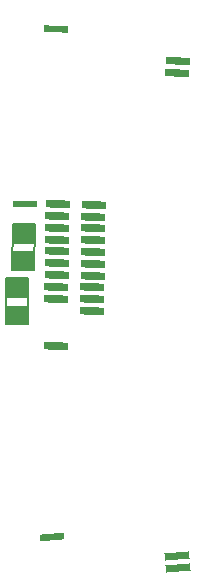
<source format=gbr>
*
G4_C Author: OrCAD GerbTool(tm) 8.1.1 Thu Jun 19 01:59:54 2003*
%LPD*%
%LNsilkbot*%
%FSLAX34Y34*%
%MOIN*%
%AD*%
%AMD25R98*
20,1,0.025000,0.000000,-0.035000,0.000000,0.035000,98.600000*
%
%AMD10R98*
20,1,0.050000,-0.025000,0.000000,0.025000,0.000000,98.600000*
%
%AMD25R98N2*
20,1,0.025000,0.000000,-0.035000,0.000000,0.035000,98.600000*
%
%AMD10R98N2*
20,1,0.050000,-0.025000,0.000000,0.025000,0.000000,98.600000*
%
%AMD25R86*
20,1,0.025000,0.000000,-0.035000,0.000000,0.035000,86.080000*
%
%AMD10R86*
20,1,0.050000,-0.025000,0.000000,0.025000,0.000000,86.080000*
%
%AMD16R5*
20,1,0.025000,-0.035000,0.000000,0.035000,0.000000,5.450000*
%
%AMD10R5*
20,1,0.050000,-0.025000,0.000000,0.025000,0.000000,5.450000*
%
%AMD16R5N2*
20,1,0.025000,-0.035000,0.000000,0.035000,0.000000,5.450000*
%
%AMD10R5N2*
20,1,0.050000,-0.025000,0.000000,0.025000,0.000000,5.450000*
%
%AMD32R3*
20,1,0.025000,0.034920,-0.002390,-0.034920,0.002390,3.950000*
%
%AMD33R3*
20,1,0.050000,-0.001710,-0.024940,0.001710,0.024940,3.950000*
%
%AMD32R3N2*
20,1,0.025000,0.034920,-0.002390,-0.034920,0.002390,3.910000*
%
%AMD33R3N2*
20,1,0.050000,-0.001710,-0.024940,0.001710,0.024940,3.910000*
%
%AMD32R3N3*
20,1,0.025000,0.034920,-0.002390,-0.034920,0.002390,3.920000*
%
%AMD33R3N3*
20,1,0.050000,-0.001710,-0.024940,0.001710,0.024940,3.920000*
%
%AMD29R274*
20,1,0.022000,0.000000,-0.040000,0.000000,0.040000,274.700000*
%
%AMD29R88*
20,1,0.022000,0.000000,-0.040000,0.000000,0.040000,88.000000*
%
%AMD256R359*
20,1,0.024000,-0.041000,0.000000,0.041000,0.000000,359.000000*
%
%AMD257R359*
20,1,0.027000,-0.036000,0.000000,0.036000,0.000000,359.000000*
%
%AMD258R359*
20,1,0.022000,-0.040000,0.000000,0.040000,0.000000,359.000000*
%
%AMD55R180*
20,1,0.022000,-0.039870,-0.003280,0.039870,0.003280,180.000000*
%
%AMD29R95*
20,1,0.022000,0.000000,-0.040000,0.000000,0.040000,95.100000*
%
%AMD30R95*
20,1,0.024000,0.000000,-0.041000,0.000000,0.041000,95.100000*
%
%AMD61R359*
20,1,0.022000,0.039840,0.003560,-0.039840,-0.003560,359.000000*
%
%AMD62R359*
20,1,0.024000,0.040840,0.003640,-0.040840,-0.003640,359.000000*
%
%AMD63R0*
20,1,0.022000,0.039900,0.002860,-0.039900,-0.002860,0.500000*
%
%AMD64R0*
20,1,0.024000,0.040900,0.002930,-0.040900,-0.002930,0.500000*
%
%AMD30R89*
20,1,0.024000,0.000000,-0.041000,0.000000,0.041000,89.200000*
%
%AMD26R89*
20,1,0.027000,0.000000,-0.036000,0.000000,0.036000,89.200000*
%
%AMD29R89*
20,1,0.022000,0.000000,-0.040000,0.000000,0.040000,89.200000*
%
%AMD29R88N2*
20,1,0.022000,0.000000,-0.040000,0.000000,0.040000,88.200000*
%
%AMD30R88*
20,1,0.024000,0.000000,-0.041000,0.000000,0.041000,88.200000*
%
%ADD10R,0.050000X0.050000*%
%ADD11C,0.006000*%
%ADD12C,0.019000*%
%ADD13C,0.007900*%
%ADD14C,0.005000*%
%ADD15C,0.000800*%
%ADD16R,0.070000X0.025000*%
%ADD17R,0.068000X0.023000*%
%ADD18C,0.006000*%
%ADD19C,0.009800*%
%ADD20C,0.010000*%
%ADD21C,0.030000*%
%ADD22C,0.060000*%
%ADD23C,0.035000*%
%ADD24C,0.055000*%
%ADD25R,0.025000X0.070000*%
%ADD26R,0.027000X0.072000*%
%ADD27R,0.029000X0.058000*%
%ADD28R,0.031000X0.060000*%
%ADD29R,0.022000X0.080000*%
%ADD30R,0.024000X0.082000*%
%ADD31D10R98N2*%
%ADD32D25R86*%
%ADD33D10R86*%
%ADD34D16R5*%
%ADD35D10R5*%
%ADD36D16R5N2*%
%ADD37D10R5N2*%
%ADD38D25R98N2*%
%ADD39D10R98N2*%
%ADD40D25R86*%
%ADD41D10R86*%
%ADD42D16R5*%
%ADD43D10R5*%
%ADD44D16R5N2*%
%ADD45D10R5N2*%
%ADD46D32R3*%
%ADD47D33R3*%
%ADD48R,0.070000X0.025000*%
%ADD49D33R3N2*%
%ADD50C,0.011000*%
%ADD51C,0.036000*%
%ADD52C,0.015000*%
%ADD53R,0.070000X0.025000*%
%ADD54R,0.050000X0.050000*%
%ADD55D29R274*%
%ADD56D29R88*%
%ADD57D256R359*%
%ADD58D257R359*%
%ADD59D258R359*%
%ADD60D55R180*%
%ADD61D29R95*%
%ADD62D30R95*%
%ADD63D61R359*%
%ADD64D62R359*%
%ADD65D63R0*%
%ADD66D64R0*%
%ADD67D30R89*%
%ADD68D26R89*%
%ADD69D29R89*%
%ADD70D29R88N2*%
%ADD71D30R88*%
%ADD256R,0.082000X0.024000*%
%ADD257R,0.072000X0.027000*%
%ADD258R,0.080000X0.022000*%
G4_C OrCAD GerbTool Tool List *
G4_D50 1 0.0110 T 0 0*
G4_D51 3 0.0360 T 0 0*
G4_D52 2 0.0150 T 0 0*
G54D70*
G1X92048Y43720D3*
G54D71*
G1X96117Y42639D3*
G1X96109Y42245D3*
G54D67*
G1X92048Y33144D3*
G1X92071Y34719D3*
G1X92075Y35111D3*
G1X92082Y35505D3*
G1X92087Y35899D3*
G1X92093Y36293D3*
G1X92104Y37079D3*
G1X92098Y36686D3*
G1X92109Y37473D3*
G1X92115Y37866D3*
G1X93315Y37850D3*
G1X93309Y37456D3*
G1X93304Y37064D3*
G1X93298Y36670D3*
G1X93293Y36277D3*
G1X93287Y35883D3*
G1X93282Y35489D3*
G1X93275Y35095D3*
G1X93271Y34702D3*
G1X93265Y34308D3*
G54D68*
G1X90758Y33974D3*
G1X90760Y34172D3*
G1X90764Y34356D3*
G1X90772Y34875D3*
G1X90776Y35074D3*
G1X90777Y35257D3*
G1X91143Y35408D2*
G54D18*
G1X91122Y33863D1*
G1X91143Y35409D2*
G1X90406Y35419D1*
G1X90406Y35420D2*
G1X90385Y33873D1*
G54D68*
G1X90972Y35778D3*
G1X90974Y35976D3*
G1X90978Y36160D3*
G1X90986Y36679D3*
G1X90990Y36878D3*
G1X90991Y37061D3*
G1X91357Y37212D2*
G54D18*
G1X91336Y35667D1*
G1X91357Y37213D2*
G1X90621Y37223D1*
G1X90621Y37224D2*
G1X90599Y35677D1*
G54D69*
G1X91036Y37882D3*
G54D65*
G1X91927Y26771D3*
G54D66*
G1X96091Y26151D3*
G1X96127Y25758D3*
M2*

</source>
